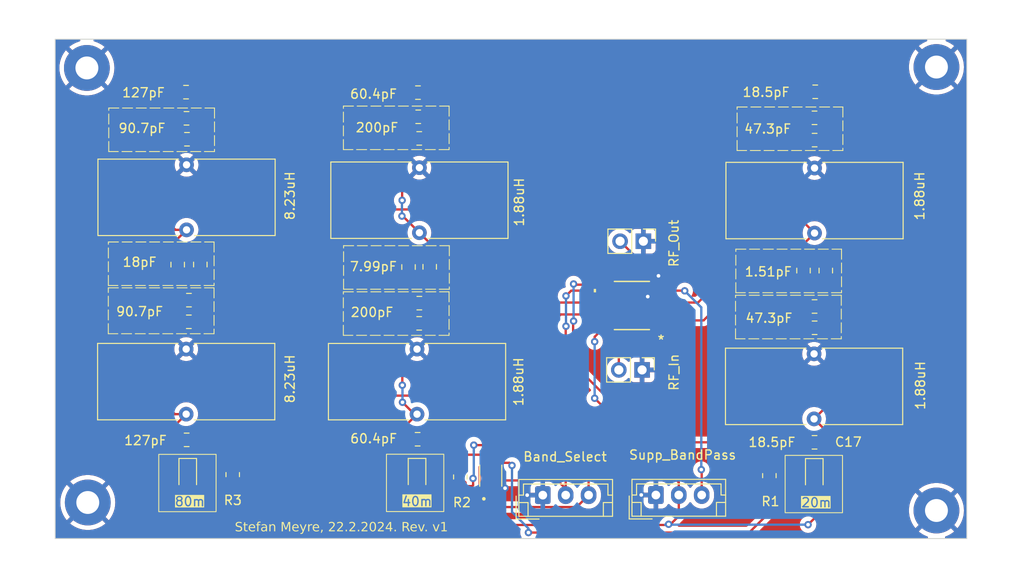
<source format=kicad_pcb>
(kicad_pcb (version 20240108) (generator "pcbnew") (generator_version "8.0")
  (layers (0 "F.Cu" signal) (31 "B.Cu" signal) (34 "B.Paste" user) (35 "F.Paste" user) (36 "B.SilkS" user "B.Silkscreen") (37 "F.SilkS" user "F.Silkscreen") (38 "B.Mask" user) (39 "F.Mask" user) (44 "Edge.Cuts" user))
  (net 0 "")
  (net 1 "GND")
  (net 2 "/BS0")
  (net 3 "/BS1")
  (net 4 "/80_IN")
  (net 5 "Net-(C1-Pad2)")
  (net 6 "Net-(C4-Pad1)")
  (net 7 "/80_OUT")
  (net 8 "/40_IN")
  (net 9 "Net-(C10-Pad2)")
  (net 10 "Net-(C12-Pad1)")
  (net 11 "/40_OUT")
  (net 12 "/20_IN")
  (net 13 "Net-(C17-Pad2)")
  (net 14 "Net-(C20-Pad1)")
  (net 15 "/20_OUT")
  (net 16 "Net-(D20-K)")
  (net 17 "+5V")
  (net 18 "Net-(D40-K)")
  (net 19 "Net-(D80-K)")
  (net 20 "Net-(U1-Y2)")
  (net 21 "Net-(U1-Y1)")
  (net 22 "Net-(U1-Y0)")
  (net 23 "/RF_IN")
  (net 24 "/RF_OUT")
  (net 25 "-5V")
  (footprint "Capacitor_SMD:C_0805_2012Metric_Pad1.18x1.45mm_HandSolder" (layer "F.Cu") (at 114.28487 55.775774)
    (property "Reference" "C8" (hide yes))
    (property "Value" "127pF" (at -4.644612 0.060516 180) (layer "F.SilkS"))
    (pad "1" smd roundrect (at -1.0375 0) (size 1.175 1.45) (layers "F.Cu" "F.Paste" "F.Mask") (roundrect_rratio 0.2127659574) (net 6 "Net-(C4-Pad1)"))
    (pad "2" smd roundrect (at 1.0375 0) (size 1.175 1.45) (layers "F.Cu" "F.Paste" "F.Mask") (roundrect_rratio 0.2127659574) (net 7 "/80_OUT"))
  )
  (footprint "Capacitor_SMD:C_0805_2012Metric_Pad1.18x1.45mm_HandSolder" (layer "F.Cu") (at 182.955104 55.736312 180)
    (property "Reference" "C24" (hide yes))
    (property "Value" "18.5pF" (at 5.362788 -0.050953 180) (layer "F.SilkS"))
    (pad "1" smd roundrect (at -1.0375 0 180) (size 1.175 1.45) (layers "F.Cu" "F.Paste" "F.Mask") (roundrect_rratio 0.2127659574) (net 14 "Net-(C20-Pad1)"))
    (pad "2" smd roundrect (at 1.0375 0 180) (size 1.175 1.45) (layers "F.Cu" "F.Paste" "F.Mask") (roundrect_rratio 0.2127659574) (net 15 "/20_OUT"))
  )
  (footprint "Connector_PinHeader_2.54mm:PinHeader_1x02_P2.54mm_Vertical" (layer "F.Cu") (at 164.197348 72.048738 -90)
    (property "Reference" "RF_Out" (at 0.231544 -3.334232 90) (layer "F.SilkS"))
    (property "Value" "~")
    (pad "1" thru_hole rect (at 0 0 270) (size 1.7 1.7) (drill 1) (layers "*.Cu" "*.Mask") (net 1 "GND"))
    (pad "2" thru_hole oval (at 0 2.54 270) (size 1.7 1.7) (drill 1) (layers "*.Cu" "*.Mask") (net 24 "/RF_OUT"))
  )
  (footprint "Capacitor_SMD:C_0805_2012Metric_Pad1.18x1.45mm_HandSolder" (layer "F.Cu") (at 139.624681 58.465303 180)
    (property "Reference" "C14" (hide yes))
    (property "Value" "200pF" (at 4.498468 -1.179926 0) (layer "F.SilkS"))
    (pad "1" smd roundrect (at -1.0375 0 180) (size 1.175 1.45) (layers "F.Cu" "F.Paste" "F.Mask") (roundrect_rratio 0.2127659574) (net 1 "GND"))
    (pad "2" smd roundrect (at 1.0375 0 180) (size 1.175 1.45) (layers "F.Cu" "F.Paste" "F.Mask") (roundrect_rratio 0.2127659574) (net 10 "Net-(C12-Pad1)"))
  )
  (footprint "Capacitor_SMD:C_0805_2012Metric_Pad1.18x1.45mm_HandSolder" (layer "F.Cu") (at 113.373219 74.599086 -90)
    (property "Reference" "C5" (hide yes))
    (property "Value" "18pF" (at -0.268802 4.153219 0) (layer "F.SilkS"))
    (pad "1" smd roundrect (at -1.0375 0 270) (size 1.175 1.45) (layers "F.Cu" "F.Paste" "F.Mask") (roundrect_rratio 0.2127659574) (net 6 "Net-(C4-Pad1)"))
    (pad "2" smd roundrect (at 1.0375 0 270) (size 1.175 1.45) (layers "F.Cu" "F.Paste" "F.Mask") (roundrect_rratio 0.2127659574) (net 5 "Net-(C1-Pad2)"))
  )
  (footprint "Inductor_THT:L_Toroid_Vertical_L19.1mm_W8.1mm_P7.10mm_Bourns_5700" (layer "F.Cu") (at 139.495758 90.92296 180)
    (property "Reference" "L3" (hide yes))
    (property "Value" "1.88uH" (at -11.092112 3.536719 90) (layer "F.SilkS"))
    (pad "1" thru_hole circle (at 0 0 180) (size 1.6 1.6) (drill 0.8) (layers "*.Cu" "*.Mask") (net 9 "Net-(C10-Pad2)"))
    (pad "2" thru_hole circle (at 0 7.1 180) (size 1.6 1.6) (drill 0.8) (layers "*.Cu" "*.Mask") (net 1 "GND"))
  )
  (footprint "Inductor_THT:L_Toroid_Vertical_L19.1mm_W8.1mm_P7.10mm_Bourns_5700" (layer "F.Cu") (at 114.339845 70.806996 180)
    (property "Reference" "L2" (hide yes))
    (property "Value" "8.23uH" (at -11.289367 3.722846 90) (layer "F.SilkS"))
    (pad "1" thru_hole circle (at 0 0 180) (size 1.6 1.6) (drill 0.8) (layers "*.Cu" "*.Mask") (net 6 "Net-(C4-Pad1)"))
    (pad "2" thru_hole circle (at 0 7.1 180) (size 1.6 1.6) (drill 0.8) (layers "*.Cu" "*.Mask") (net 1 "GND"))
  )
  (footprint "Resistor_SMD:R_0805_2012Metric_Pad1.20x1.40mm_HandSolder" (layer "F.Cu") (at 119.38 97.52 90)
    (property "Reference" "R3" (at -2.804137 0.011323 180) (layer "F.SilkS"))
    (property "Value" "470R" (hide yes))
    (pad "1" smd roundrect (at -1 0 90) (size 1.2 1.4) (layers "F.Cu" "F.Paste" "F.Mask") (roundrect_rratio 0.2083333333) (net 22 "Net-(U1-Y0)"))
    (pad "2" smd roundrect (at 1 0 90) (size 1.2 1.4) (layers "F.Cu" "F.Paste" "F.Mask") (roundrect_rratio 0.2083333333) (net 19 "Net-(D80-K)"))
  )
  (footprint "LED_SMD:LED_0805_2012Metric_Pad1.15x1.40mm_HandSolder" (layer "F.Cu") (at 114.470201 97.617282 -90)
    (property "Reference" "D80" (hide yes))
    (property "Value" "LED" (hide yes))
    (pad "1" smd roundrect (at -1.025 0 270) (size 1.15 1.4) (layers "F.Cu" "F.Paste" "F.Mask") (roundrect_rratio 0.2173913043) (net 19 "Net-(D80-K)"))
    (pad "2" smd roundrect (at 1.025 0 270) (size 1.15 1.4) (layers "F.Cu" "F.Paste" "F.Mask") (roundrect_rratio 0.2173913043) (net 17 "+5V"))
  )
  (footprint "Inductor_THT:L_Toroid_Vertical_L19.1mm_W8.1mm_P7.10mm_Bourns_5700" (layer "F.Cu") (at 139.75531 71.12 180)
    (property "Reference" "L4" (hide yes))
    (property "Value" "1.88uH" (at -10.900641 3.340984 90) (layer "F.SilkS"))
    (pad "1" thru_hole circle (at 0 0 180) (size 1.6 1.6) (drill 0.8) (layers "*.Cu" "*.Mask") (net 10 "Net-(C12-Pad1)"))
    (pad "2" thru_hole circle (at 0 7.1 180) (size 1.6 1.6) (drill 0.8) (layers "*.Cu" "*.Mask") (net 1 "GND"))
  )
  (footprint "Inductor_THT:L_Toroid_Vertical_L19.1mm_W8.1mm_P7.10mm_Bourns_5700" (layer "F.Cu") (at 182.88 71.158446 180)
    (property "Reference" "L6" (hide yes))
    (property "Value" "1.88uH" (at -11.479209 4.04773 90) (layer "F.SilkS"))
    (pad "1" thru_hole circle (at 0 0 180) (size 1.6 1.6) (drill 0.8) (layers "*.Cu" "*.Mask") (net 14 "Net-(C20-Pad1)"))
    (pad "2" thru_hole circle (at 0 7.1 180) (size 1.6 1.6) (drill 0.8) (layers "*.Cu" "*.Mask") (net 1 "GND"))
  )
  (footprint "Capacitor_SMD:C_0805_2012Metric_Pad1.18x1.45mm_HandSolder" (layer "F.Cu") (at 138.567308 74.864507 -90)
    (property "Reference" "C12" (hide yes))
    (property "Value" "0pF" (hide yes))
    (pad "1" smd roundrect (at -1.0375 0 270) (size 1.175 1.45) (layers "F.Cu" "F.Paste" "F.Mask") (roundrect_rratio 0.2127659574) (net 10 "Net-(C12-Pad1)"))
    (pad "2" smd roundrect (at 1.0375 0 270) (size 1.175 1.45) (layers "F.Cu" "F.Paste" "F.Mask") (roundrect_rratio 0.2127659574) (net 9 "Net-(C10-Pad2)"))
  )
  (footprint "Capacitor_SMD:C_0805_2012Metric_Pad1.18x1.45mm_HandSolder" (layer "F.Cu") (at 114.601743 78.478636 180)
    (property "Reference" "C3" (hide yes))
    (property "Value" "0pF" (hide yes))
    (pad "1" smd roundrect (at -1.0375 0 180) (size 1.175 1.45) (layers "F.Cu" "F.Paste" "F.Mask") (roundrect_rratio 0.2127659574) (net 1 "GND"))
    (pad "2" smd roundrect (at 1.0375 0 180) (size 1.175 1.45) (layers "F.Cu" "F.Paste" "F.Mask") (roundrect_rratio 0.2127659574) (net 5 "Net-(C1-Pad2)"))
  )
  (footprint "Capacitor_SMD:C_0805_2012Metric_Pad1.18x1.45mm_HandSolder" (layer "F.Cu") (at 114.35106 93.724697 180)
    (property "Reference" "C1" (hide yes))
    (property "Value" "127pF" (at 4.493323 -0.068081 180) (layer "F.SilkS"))
    (pad "1" smd roundrect (at -1.0375 0 180) (size 1.175 1.45) (layers "F.Cu" "F.Paste" "F.Mask") (roundrect_rratio 0.2127659574) (net 4 "/80_IN"))
    (pad "2" smd roundrect (at 1.0375 0 180) (size 1.175 1.45) (layers "F.Cu" "F.Paste" "F.Mask") (roundrect_rratio 0.2127659574) (net 5 "Net-(C1-Pad2)"))
  )
  (footprint "Capacitor_SMD:C_0805_2012Metric_Pad1.18x1.45mm_HandSolder" (layer "F.Cu") (at 114.590636 80.840531 180)
    (property "Reference" "C2" (hide yes))
    (property "Value" "90.7pF" (at 5.370636 1.117616 0) (layer "F.SilkS"))
    (pad "1" smd roundrect (at -1.0375 0 180) (size 1.175 1.45) (layers "F.Cu" "F.Paste" "F.Mask") (roundrect_rratio 0.2127659574) (net 1 "GND"))
    (pad "2" smd roundrect (at 1.0375 0 180) (size 1.175 1.45) (layers "F.Cu" "F.Paste" "F.Mask") (roundrect_rratio 0.2127659574) (net 5 "Net-(C1-Pad2)"))
  )
  (footprint "Capacitor_SMD:C_0805_2012Metric_Pad1.18x1.45mm_HandSolder" (layer "F.Cu") (at 182.883354 79.171177)
    (property "Reference" "C19" (hide yes))
    (property "Value" "0pF" (hide yes))
    (pad "1" smd roundrect (at -1.0375 0) (size 1.175 1.45) (layers "F.Cu" "F.Paste" "F.Mask") (roundrect_rratio 0.2127659574) (net 1 "GND"))
    (pad "2" smd roundrect (at 1.0375 0) (size 1.175 1.45) (layers "F.Cu" "F.Paste" "F.Mask") (roundrect_rratio 0.2127659574) (net 13 "Net-(C17-Pad2)"))
  )
  (footprint "Connector_JST:JST_EH_B3B-EH-A_1x03_P2.50mm_Vertical" (layer "F.Cu") (at 165.563761 99.747648)
    (property "Reference" "Supp_BandPass" (at 2.917453 -4.37618 0) (layer "F.SilkS"))
    (property "Value" "~" (hide yes))
    (pad "1" thru_hole roundrect (at 0 0) (size 1.7 1.95) (drill 0.95) (layers "*.Cu" "*.Mask") (roundrect_rratio 0.1470588235) (net 1 "GND"))
    (pad "2" thru_hole oval (at 2.5 0) (size 1.7 1.95) (drill 0.95) (layers "*.Cu" "*.Mask") (net 17 "+5V"))
    (pad "3" thru_hole oval (at 5 0) (size 1.7 1.95) (drill 0.95) (layers "*.Cu" "*.Mask") (net 25 "-5V"))
  )
  (footprint "Capacitor_SMD:C_0805_2012Metric_Pad1.18x1.45mm_HandSolder" (layer "F.Cu") (at 114.335289 58.631806 180)
    (property "Reference" "C7" (hide yes))
    (property "Value" "0pF" (hide yes))
    (pad "1" smd roundrect (at -1.0375 0 180) (size 1.175 1.45) (layers "F.Cu" "F.Paste" "F.Mask") (roundrect_rratio 0.2127659574) (net 1 "GND"))
    (pad "2" smd roundrect (at 1.0375 0 180) (size 1.175 1.45) (layers "F.Cu" "F.Paste" "F.Mask") (roundrect_rratio 0.2127659574) (net 6 "Net-(C4-Pad1)"))
  )
  (footprint "Capacitor_SMD:C_0805_2012Metric_Pad1.18x1.45mm_HandSolder" (layer "F.Cu") (at 139.735299 60.825156 180)
    (property "Reference" "C15" (hide yes))
    (property "Value" "0pF" (hide yes))
    (pad "1" smd roundrect (at -1.0375 0 180) (size 1.175 1.45) (layers "F.Cu" "F.Paste" "F.Mask") (roundrect_rratio 0.2127659574) (net 1 "GND"))
    (pad "2" smd roundrect (at 1.0375 0 180) (size 1.175 1.45) (layers "F.Cu" "F.Paste" "F.Mask") (roundrect_rratio 0.2127659574) (net 10 "Net-(C12-Pad1)"))
  )
  (footprint "MountingHole:MountingHole_2.5mm_Pad_TopBottom" (layer "F.Cu") (at 196.184044 101.43537)
    (property "Reference" "H4" (hide yes))
    (property "Value" "MountingHole_Pad" (hide yes))
    (pad "1" thru_hole circle (at 0 0) (size 2.9 2.9) (drill 2.5) (layers "*.Cu" "*.Mask") (net 1 "GND"))
    (pad "1" connect circle (at 0 0) (size 5 5) (layers "F.Cu" "F.Mask") (net 1 "GND"))
    (pad "1" connect circle (at 0 0) (size 5 5) (layers "B.Cu" "B.Mask") (net 1 "GND"))
  )
  (footprint "Resistor_SMD:R_0805_2012Metric_Pad1.20x1.40mm_HandSolder" (layer "F.Cu") (at 144.220406 97.774784 90)
    (property "Reference" "R2" (at -2.791113 0.173927 0) (layer "F.SilkS"))
    (property "Value" "470R" (hide yes))
    (pad "1" smd roundrect (at -1 0 90) (size 1.2 1.4) (layers "F.Cu" "F.Paste" "F.Mask") (roundrect_rratio 0.2083333333) (net 21 "Net-(U1-Y1)"))
    (pad "2" smd roundrect (at 1 0 90) (size 1.2 1.4) (layers "F.Cu" "F.Paste" "F.Mask") (roundrect_rratio 0.2083333333) (net 18 "Net-(D40-K)"))
  )
  (footprint "Capacitor_SMD:C_0805_2012Metric_Pad1.18x1.45mm_HandSolder" (layer "F.Cu") (at 184.108806 75.251596 -90)
    (property "Reference" "C20" (hide yes))
    (property "Value" "0pF" (hide yes))
    (pad "1" smd roundrect (at -1.0375 0 270) (size 1.175 1.45) (layers "F.Cu" "F.Paste" "F.Mask") (roundrect_rratio 0.2127659574) (net 14 "Net-(C20-Pad1)"))
    (pad "2" smd roundrect (at 1.0375 0 270) (size 1.175 1.45) (layers "F.Cu" "F.Paste" "F.Mask") (roundrect_rratio 0.2127659574) (net 13 "Net-(C17-Pad2)"))
  )
  (footprint "Connector_PinHeader_2.54mm:PinHeader_1x02_P2.54mm_Vertical" (layer "F.Cu") (at 164.058052 86.091335 -90)
    (property "Reference" "RF_In" (at 0.261419 -3.479989 90) (layer "F.SilkS"))
    (property "Value" "~")
    (pad "1" thru_hole rect (at 0 0 270) (size 1.7 1.7) (drill 1) (layers "*.Cu" "*.Mask") (net 1 "GND"))
    (pad "2" thru_hole oval (at 0 2.54 270) (size 1.7 1.7) (drill 1) (layers "*.Cu" "*.Mask") (net 23 "/RF_IN"))
  )
  (footprint "Capacitor_SMD:C_0805_2012Metric_Pad1.18x1.45mm_HandSolder" (layer "F.Cu") (at 114.389473 60.918805 180)
    (property "Reference" "C6" (hide yes))
    (property "Value" "90.7pF" (at 4.910603 1.197709 0) (layer "F.SilkS"))
    (pad "1" smd roundrect (at -1.0375 0 180) (size 1.175 1.45) (layers "F.Cu" "F.Paste" "F.Mask") (roundrect_rratio 0.2127659574) (net 1 "GND"))
    (pad "2" smd roundrect (at 1.0375 0 180) (size 1.175 1.45) (layers "F.Cu" "F.Paste" "F.Mask") (roundrect_rratio 0.2127659574) (net 6 "Net-(C4-Pad1)"))
  )
  (footprint "MountingHole:MountingHole_2.5mm_Pad_TopBottom" (layer "F.Cu") (at 196.184044 53.037977)
    (property "Reference" "H2" (hide yes))
    (property "Value" "MountingHole_Pad" (hide yes))
    (pad "1" thru_hole circle (at 0 0) (size 2.9 2.9) (drill 2.5) (layers "*.Cu" "*.Mask") (net 1 "GND"))
    (pad "1" connect circle (at 0 0) (size 5 5) (layers "F.Cu" "F.Mask") (net 1 "GND"))
    (pad "1" connect circle (at 0 0) (size 5 5) (layers "B.Cu" "B.Mask") (net 1 "GND"))
  )
  (footprint "Connector_JST:JST_EH_B3B-EH-A_1x03_P2.50mm_Vertical" (layer "F.Cu") (at 153.221248 99.759225)
    (property "Reference" "Band_Select" (at 2.430537 -4.185156 0) (layer "F.SilkS"))
    (property "Value" "~" (hide yes))
    (pad "1" thru_hole roundrect (at 0 0) (size 1.7 1.95) (drill 0.95) (layers "*.Cu" "*.Mask") (roundrect_rratio 0.1470588235) (net 1 "GND"))
    (pad "2" thru_hole oval (at 2.5 0) (size 1.7 1.95) (drill 0.95) (layers "*.Cu" "*.Mask") (net 2 "/BS0"))
    (pad "3" thru_hole oval (at 5 0) (size 1.7 1.95) (drill 0.95) (layers "*.Cu" "*.Mask") (net 3 "/BS1"))
  )
  (footprint "LED_SMD:LED_0805_2012Metric_Pad1.15x1.40mm_HandSolder" (layer "F.Cu") (at 182.851615 97.630306 -90)
    (property "Reference" "D20" (hide yes))
    (property "Value" "LED" (hide yes))
    (pad "1" smd roundrect (at -1.025 0 270) (size 1.15 1.4) (layers "F.Cu" "F.Paste" "F.Mask") (roundrect_rratio 0.2173913043) (net 16 "Net-(D20-K)"))
    (pad "2" smd roundrect (at 1.025 0 270) (size 1.15 1.4) (layers "F.Cu" "F.Paste" "F.Mask") (roundrect_rratio 0.2173913043) (net 17 "+5V"))
  )
  (footprint "Capacitor_SMD:C_0805_2012Metric_Pad1.18x1.45mm_HandSolder" (layer "F.Cu") (at 139.730016 81.011886 180)
    (property "Reference" "C10" (hide yes))
    (property "Value" "200pF" (at 5.144958 1.206438 0) (layer "F.SilkS"))
    (pad "1" smd roundrect (at -1.0375 0 180) (size 1.175 1.45) (layers "F.Cu" "F.Paste" "F.Mask") (roundrect_rratio 0.2127659574) (net 1 "GND"))
    (pad "2" smd roundrect (at 1.0375 0 180) (size 1.175 1.45) (layers "F.Cu" "F.Paste" "F.Mask") (roundrect_rratio 0.2127659574) (net 9 "Net-(C10-Pad2)"))
  )
  (footprint "Capacitor_SMD:C_0805_2012Metric_Pad1.18x1.45mm_HandSolder" (layer "F.Cu") (at 139.747064 78.806403 180)
    (property "Reference" "C11" (hide yes))
    (property "Value" "0pF" (hide yes))
    (pad "1" smd roundrect (at -1.0375 0 180) (size 1.175 1.45) (layers "F.Cu" "F.Paste" "F.Mask") (roundrect_rratio 0.2127659574) (net 1 "GND"))
    (pad "2" smd roundrect (at 1.0375 0 180) (size 1.175 1.45) (layers "F.Cu" "F.Paste" "F.Mask") (roundrect_rratio 0.2127659574) (net 9 "Net-(C10-Pad2)"))
  )
  (footprint "Capacitor_SMD:C_0805_2012Metric_Pad1.18x1.45mm_HandSolder" (layer "F.Cu") (at 139.597879 55.828939)
    (property "Reference" "C16" (hide yes))
    (property "Value" "60.4pF" (at -4.850746 0.153181 180) (layer "F.SilkS"))
    (pad "1" smd roundrect (at -1.0375 0) (size 1.175 1.45) (layers "F.Cu" "F.Paste" "F.Mask") (roundrect_rratio 0.2127659574) (net 10 "Net-(C12-Pad1)"))
    (pad "2" smd roundrect (at 1.0375 0) (size 1.175 1.45) (layers "F.Cu" "F.Paste" "F.Mask") (roundrect_rratio 0.2127659574) (net 11 "/40_OUT"))
  )
  (footprint "LED_SMD:LED_0805_2012Metric_Pad1.15x1.40mm_HandSolder" (layer "F.Cu") (at 139.497435 97.611403 -90)
    (property "Reference" "D40" (hide yes))
    (property "Value" "LED" (hide yes))
    (pad "1" smd roundrect (at -1.025 0 270) (size 1.15 1.4) (layers "F.Cu" "F.Paste" "F.Mask") (roundrect_rratio 0.2173913043) (net 18 "Net-(D40-K)"))
    (pad "2" smd roundrect (at 1.025 0 270) (size 1.15 1.4) (layers "F.Cu" "F.Paste" "F.Mask") (roundrect_rratio 0.2173913043) (net 17 "+5V"))
  )
  (footprint "MountingHole:MountingHole_2.5mm_Pad_TopBottom" (layer "F.Cu") (at 103.559775 100.562471)
    (property "Reference" "H3" (hide yes))
    (property "Value" "MountingHole_Pad" (hide yes))
    (pad "1" thru_hole circle (at 0 0) (size 2.9 2.9) (drill 2.5) (layers "*.Cu" "*.Mask") (net 1 "GND"))
    (pad "1" connect circle (at 0 0) (size 5 5) (layers "F.Cu" "F.Mask") (net 1 "GND"))
    (pad "1" connect circle (at 0 0) (size 5 5) (layers "B.Cu" "B.Mask") (net 1 "GND"))
  )
  (footprint "Capacitor_SMD:C_0805_2012Metric_Pad1.18x1.45mm_HandSolder" (layer "F.Cu") (at 182.888408 61.01043 180)
    (property "Reference" "C22" (hide yes))
    (property "Value" "47.3pF" (at 5.123668 1.217557 0) (layer "F.SilkS"))
    (pad "1" smd roundrect (at -1.0375 0 180) (size 1.175 1.45) (layers "F.Cu" "F.Paste" "F.Mask") (roundrect_rratio 0.2127659574) (net 1 "GND"))
    (pad "2" smd roundrect (at 1.0375 0 180) (size 1.175 1.45) (layers "F.Cu" "F.Paste" "F.Mask") (roundrect_rratio 0.2127659574) (net 14 "Net-(C20-Pad1)"))
  )
  (footprint "MountingHole:MountingHole_2.5mm_Pad_TopBottom" (layer "F.Cu") (at 103.462786 53.134966)
    (property "Reference" "H1" (hide yes))
    (property "Value" "MountingHole_Pad" (hide yes))
    (pad "1" thru_hole circle (at 0 0) (size 2.9 2.9) (drill 2.5) (layers "*.Cu" "*.Mask") (net 1 "GND"))
    (pad "1" connect circle (at 0 0) (size 5 5) (layers "F.Cu" "F.Mask") (net 1 "GND"))
    (pad "1" connect circle (at 0 0) (size 5 5) (layers "B.Cu" "B.Mask") (net 1 "GND"))
  )
  (footprint "Capacitor_SMD:C_0805_2012Metric_Pad1.18x1.45mm_HandSolder" (layer "F.Cu") (at 115.843108 74.590932 -90)
    (property "Reference" "C4" (hide yes))
    (property "Value" "0pF" (hide yes))
    (pad "1" smd roundrect (at -1.0375 0 270) (size 1.175 1.45) (layers "F.Cu" "F.Paste" "F.Mask") (roundrect_rratio 0.2127659574) (net 6 "Net-(C4-Pad1)"))
    (pad "2" smd roundrect (at 1.0375 0 270) (size 1.175 1.45) (layers "F.Cu" "F.Paste" "F.Mask") (roundrect_rratio 0.2127659574) (net 5 "Net-(C1-Pad2)"))
  )
  (footprint "Capacitor_SMD:C_0805_2012Metric_Pad1.18x1.45mm_HandSolder" (layer "F.Cu") (at 139.559842 93.660613 180)
    (property "Reference" "C9" (hide yes))
    (property "Value" "60.4pF" (at 4.799685 0.068081 180) (layer "F.SilkS"))
    (pad "1" smd roundrect (at -1.0375 0 180) (size 1.175 1.45) (layers "F.Cu" "F.Paste" "F.Mask") (roundrect_rratio 0.2127659574) (net 8 "/40_IN"))
    (pad "2" smd roundrect (at 1.0375 0 180) (size 1.175 1.45) (layers "F.Cu" "F.Paste" "F.Mask") (roundrect_rratio 0.2127659574) (net 9 "Net-(C10-Pad2)"))
  )
  (footprint "Inductor_THT:L_Toroid_Vertical_L19.1mm_W8.1mm_P7.10mm_Bourns_5700" (layer "F.Cu") (at 182.828907 91.44 180)
    (property "Reference" "L5" (hide yes))
    (property "Value" "1.88uH" (at -11.606893 3.649789 90) (layer "F.SilkS"))
    (pad "1" thru_hole circle (at 0 0 180) (size 1.6 1.6) (drill 0.8) (layers "*.Cu" "*.Mask") (net 13 "Net-(C17-Pad2)"))
    (pad "2" thru_hole circle (at 0 7.1 180) (size 1.6 1.6) (drill 0.8) (layers "*.Cu" "*.Mask") (net 1 "GND"))
  )
  (footprint "Capacitor_SMD:C_0805_2012Metric_Pad1.18x1.45mm_HandSolder" (layer "F.Cu") (at 182.88757 81.494157)
    (property "Reference" "C18" (hide yes))
    (property "Value" "47.3pF" (at -4.982029 -1.050872 0) (layer "F.SilkS"))
    (pad "1" smd roundrect (at -1.0375 0) (size 1.175 1.45) (layers "F.Cu" "F.Paste" "F.Mask") (roundrect_rratio 0.2127659574) (net 1 "GND"))
    (pad "2" smd roundrect (at 1.0375 0) (size 1.175 1.45) (layers "F.Cu" "F.Paste" "F.Mask") (roundrect_rratio 0.2127659574) (net 13 "Net-(C17-Pad2)"))
  )
  (footprint "Private:TSSOP16_5P1X4P5_NEX" (layer "F.Cu") (at 162.94735 79.065001 180)
    (property "Reference" "U2" (hide yes))
    (property "Value" "74HC4052PW_118" (hide yes))
    (fp_text user "*" (at -3.18135 -3.773601 0) (layer "F.SilkS"))
    (pad "1" smd rect (at -2.92735 -2.274999 180) (size 1.4605 0.3556) (layers "F.Cu" "F.Paste" "F.Mask") (net 7 "/80_OUT"))
    (pad "2" smd rect (at -2.92735 -1.625001 180) (size 1.4605 0.3556) (layers "F.Cu" "F.Paste" "F.Mask") (net 15 "/20_OUT"))
    (pad "3" smd rect (at -2.92735 -0.974999 180) (size 1.4605 0.3556) (layers "F.Cu" "F.Paste" "F.Mask") (net 24 "/RF_OUT"))
    (pad "4" smd rect (at -2.92735 -0.325001 180) (size 1.4605 0.3556) (layers "F.Cu" "F.Paste" "F.Mask"))
    (pad "5" smd rect (at -2.92735 0.324998 180) (size 1.4605 0.3556) (layers "F.Cu" "F.Paste" "F.Mask") (net 11 "/40_OUT"))
    (pad "6" smd rect (at -2.92735 0.974999 180) (size 1.4605 0.3556) (layers "F.Cu" "F.Paste" "F.Mask") (net 1 "GND"))
    (pad "7" smd rect (at -2.92735 1.624998 180) (size 1.4605 0.3556) (layers "F.Cu" "F.Paste" "F.Mask") (net 25 "-5V"))
    (pad "8" smd rect (at -2.92735 2.274999 180) (size 1.4605 0.3556) (layers "F.Cu" "F.Paste" "F.Mask") (net 1 "GND"))
    (pad "9" smd rect (at 2.92735 2.274999 180) (size 1.4605 0.3556) (layers "F.Cu" "F.Paste" "F.Mask") (net 3 "/BS1"))
    (pad "10" smd rect (at 2.92735 1.625001 180) (size 1.4605 0.3556) (layers "F.Cu" "F.Paste" "F.Mask") (net 2 "/BS0"))
    (pad "11" smd rect (at 2.92735 0.974999 180) (size 1.4605 0.3556) (layers "F.Cu" "F.Paste" "F.Mask"))
    (pad "12" smd rect (at 2.92735 0.325001 180) (size 1.4605 0.3556) (layers "F.Cu" "F.Paste" "F.Mask") (net 4 "/80_IN"))
    (pad "13" smd rect (at 2.92735 -0.324998 180) (size 1.4605 0.3556) (layers "F.Cu" "F.Paste" "F.Mask") (net 23 "/RF_IN"))
    (pad "14" smd rect (at 2.92735 -0.974999 180) (size 1.4605 0.3556) (layers "F.Cu" "F.Paste" "F.Mask") (net 8 "/40_IN"))
    (pad "15" smd rect (at 2.92735 -1.624998 180) (size 1.4605 0.3556) (layers "F.Cu" "F.Paste" "F.Mask") (net 12 "/20_IN"))
    (pad "16" smd rect (at 2.92735 -2.274999 180) (size 1.4605 0.3556) (layers "F.Cu" "F.Paste" "F.Mask") (net 17 "+5V"))
  )
  (footprint "Private:SOP50P310X90-8N" (layer "F.Cu") (at 147.538806 97.637548 90)
    (property "Reference" "U1" (hide yes))
    (property "Value" "SN74LVC1G139DCUT" (hide yes))
    (pad "1" smd roundrect (at -1.405 -0.75 90) (size 1.12 0.27) (layers "F.Cu" "F.Paste" "F.Mask") (roundrect_rratio 0.03) (net 2 "/BS0"))
    (pad "2" smd roundrect (at -1.405 -0.25 90) (size 1.12 0.27) (layers "F.Cu" "F.Paste" "F.Mask") (roundrect_rratio 0.03) (net 3 "/BS1"))
    (pad "3" smd roundrect (at -1.405 0.25 90) (size 1.12 0.27) (layers "F.Cu" "F.Paste" "F.Mask") (roundrect_rratio 0.03))
    (pad "4" smd roundrect (at -1.405 0.75 90) (size 1.12 0.27) (layers "F.Cu" "F.Paste" "F.Mask") (roundrect_rratio 0.03) (net 1 "GND"))
    (pad "5" smd roundrect (at 1.405 0.75 90) (size 1.12 0.27) (layers "F.Cu" "F.Paste" "F.Mask") (roundrect_rratio 0.03) (net 20 "Net-(U1-Y2)"))
    (pad "6" smd roundrect (at 1.405 0.25 90) (size 1.12 0.27) (layers "F.Cu" "F.Paste" "F.Mask") (roundrect_rratio 0.03) (net 21 "Net-(U1-Y1)"))
    (pad "7" smd roundrect (at 1.405 -0.25 90) (size 1.12 0.27) (layers "F.Cu" "F.Paste" "F.Mask") (roundrect_rratio 0.03) (net 22 "Net-(U1-Y0)"))
    (pad "8" smd roundrect (at 1.405 -0.75 90) (size 1.12 0.27) (layers "F.Cu" "F.Paste" "F.Mask") (roundrect_rratio 0.03) (net 17 "+5V"))
  )
  (footprint "Capacitor_SMD:C_0805_2012Metric_Pad1.18x1.45mm_HandSolder" (layer "F.Cu") (at 182.878322 93.993451)
    (property "Reference" "C17" (at 3.694105 -0.03404 180) (layer "F.SilkS"))
    (property "Value" "18.5pF" (at -4.645774 0 180) (layer "F.SilkS"))
    (pad "1" smd roundrect (at -1.0375 0) (size 1.175 1.45) (layers "F.Cu" "F.Paste" "F.Mask") (roundrect_rratio 0.2127659574) (net 12 "/20_IN"))
    (pad "2" smd roundrect (at 1.0375 0) (size 1.175 1.45) (layers "F.Cu" "F.Paste" "F.Mask") (roundrect_rratio 0.2127659574) (net 13 "Net-(C17-Pad2)"))
  )
  (footprint "Capacitor_SMD:C_0805_2012Metric_Pad1.18x1.45mm_HandSolder" (layer "F.Cu") (at 140.877997 74.839926 -90)
    (property "Reference" "C13" (hide yes))
    (property "Value" "7.99pF" (at -0.024582 6.145449 0) (layer "F.SilkS"))
    (pad "1" smd roundrect (at -1.0375 0 270) (size 1.175 1.45) (layers "F.Cu" "F.Paste" "F.Mask") (roundrect_rratio 0.2127659574) (net 10 "Net-(C12-Pad1)"))
    (pad "2" smd roundrect (at 1.0375 0 270) (size 1.175 1.45) (layers "F.Cu" "F.Paste" "F.Mask") (roundrect_rratio 0.2127659574) (net 9 "Net-(C10-Pad2)"))
  )
  (footprint "Resistor_SMD:R_0805_2012Metric_Pad1.20x1.40mm_HandSolder" (layer "F.Cu") (at 177.949808 97.630306 90)
    (property "Reference" "R1" (at -2.820833 0.119036 180) (layer "F.SilkS"))
    (property "Value" "470R" (hide yes))
    (pad "1" smd roundrect (at -1 0 90) (size 1.2 1.4) (layers "F.Cu" "F.Paste" "F.Mask") (roundrect_rratio 0.2083333333) (net 20 "Net-(U1-Y2)"))
    (pad "2" smd roundrect (at 1 0 90) (size 1.2 1.4) (layers "F.Cu" "F.Paste" "F.Mask") (roundrect_rratio 0.2083333333) (net 16 "Net-(D20-K)"))
  )
  (footprint "Inductor_THT:L_Toroid_Vertical_L19.1mm_W8.1mm_P7.10mm_Bourns_5700" (layer "F.Cu") (at 114.3 90.92 180)
    (property "Reference" "L1" (hide yes))
    (property "Value" "8.23uH" (at -11.329212 3.845672 90) (layer "F.SilkS"))
    (pad "1" thru_hole circle (at 0 0 180) (size 1.6 1.6) (drill 0.8) (layers "*.Cu" "*.Mask") (net 5 "Net-(C1-Pad2)"))
    (pad "2" thru_hole circle (at 0 7.1 180) (size 1.6 1.6) (drill 0.8) (layers "*.Cu" "*.Mask") (net 1 "GND"))
  )
  (footprint "Capacitor_SMD:C_0805_2012Metric_Pad1.18x1.45mm_HandSolder" (layer "F.Cu") (at 182.878322 58.579699 180)
    (property "Reference" "C23" (hide yes))
    (property "Value" "0pF" (hide yes))
    (pad "1" smd roundrect (at -1.0375 0 180) (size 1.175 1.45) (layers "F.Cu" "F.Paste" "F.Mask") (roundrect_rratio 0.2127659574) (net 1 "GND"))
    (pad "2" smd roundrect (at 1.0375 0 180) (size 1.175 1.45) (layers "F.Cu" "F.Paste" "F.Mask") (roundrect_rratio 0.2127659574) (net 14 "Net-(C20-Pad1)"))
  )
  (footprint "Capacitor_SMD:C_0805_2012Metric_Pad1.18x1.45mm_HandSolder" (layer "F.Cu") (at 181.675208 75.251596 -90)
    (property "Reference" "C21" (hide yes))
    (property "Value" "1.51pF" (at 0.126126 3.841885 0) (layer "F.SilkS"))
    (pad "1" smd roundrect (at -1.0375 0 270) (size 1.175 1.45) (layers "F.Cu" "F.Paste" "F.Mask") (roundrect_rratio 0.2127659574) (net 14 "Net-(C20-Pad1)"))
    (pad "2" smd roundrect (at 1.0375 0 270) (size 1.175 1.45) (layers "F.Cu" "F.Paste" "F.Mask") (roundrect_rratio 0.2127659574) (net 13 "Net-(C17-Pad2)"))
  )
  (gr_rect (start 174.259806 77.945725) (end 185.799475 82.695409) (stroke (width 0.1) (type dash)) (fill none) (layer "F.SilkS"))
  (gr_rect (start 174.286496 72.916132) (end 185.826165 77.665816) (stroke (width 0.1) (type dash)) (fill none) (layer "F.SilkS"))
  (gr_rect (start 105.80694 72.127767) (end 117.346609 76.877451) (stroke (width 0.1) (type dash)) (fill none) (layer "F.SilkS"))
  (gr_rect (start 105.801266 77.133373) (end 117.340935 82.142354) (stroke (width 0.1) (type dash)) (fill none) (layer "F.SilkS"))
  (gr_rect (start 105.850008 57.512887) (end 117.389677 62.262571) (stroke (width 0.1) (type dash)) (fill none) (layer "F.SilkS"))
  (gr_rect (start 136.156846 95.294548) (end 142.415233 101.552935) (stroke (width 0.1)) (fill none) (layer "F.SilkS"))
  (gr_rect (start 174.428972 57.397731) (end 185.968641 62.147415) (stroke (width 0.1) (type dash)) (fill none) (layer "F.SilkS"))
  (gr_rect (start 131.452572 77.566238) (end 142.992241 82.315922) (stroke (width 0.1) (type dash)) (fill none) (layer "F.SilkS"))
  (gr_rect (start 131.458246 57.299606) (end 142.997915 62.04929) (stroke (width 0.1) (type dash)) (fill none) (layer "F.SilkS"))
  (gr_rect (start 179.672735 95.419683) (end 185.931122 101.67807) (stroke (width 0.1)) (fill none) (layer "F.SilkS"))
  (gr_rect (start 131.479262 72.536645) (end 143.018931 77.286329) (stroke (width 0.1) (type dash)) (fill none) (layer "F.SilkS"))
  (gr_rect (start 111.306968 95.307572) (end 117.565355 101.565959) (stroke (width 0.1)) (fill none) (layer "F.SilkS"))
  (gr_rect (start 100 50) (end 199.5 104.5) (stroke (width 0.1)) (fill none) (layer "Edge.Cuts"))
  (gr_text "80m" (at 112.979581 101.049038 0) (layer "F.SilkS" knockout) (effects (font (size 1 1)) (justify left bottom)))
  (gr_text "40m" (at 137.789103 101.034337 0) (layer "F.SilkS" knockout) (effects (font (size 1 1)) (justify left bottom)))
  (gr_text "20m" (at 181.345348 101.161149 0) (layer "F.SilkS" knockout) (effects (font (size 1 1)) (justify left bottom)))
  (gr_text "Stefan Meyre, 22.2.2024. Rev. v1" (at 119.60527 103.879404 0) (layer "F.SilkS") (effects (font (size 1 1) (thickness 0.1875)) (justify left bottom)))
  (segment (start 163.976312 99.747648) (end 163.96873 99.740066) (width 0.25) (layer "F.Cu") (net 1))
  (segment (start 140.810262 82.397498) (end 140.784564 82.3718) (width 0.25) (layer "F.Cu") (net 1))
  (segment (start 139.495758 83.82296) (end 140.810262 82.508456) (width 0.25) (layer "F.Cu") (net 1))
  (segment (start 165.847172 75.824885) (end 165.8747 75.948204) (width 0.25) (layer "F.Cu") (net 1))
  (segment (start 115.550077 82.440604) (end 115.639243 82.351438) (width 0.25) (layer "F.Cu") (net 1))
  (segment (start 140.810262 82.508456) (end 140.810262 82.397498) (width 0.25) (layer "F.Cu") (net 1))
  (segment (start 140.772799 60.825156) (end 140.772799 58.575921) (width 0.25) (layer "F.Cu") (net 1))
  (segment (start 153.221248 99.759225) (end 151.515851 99.759225) (width 0.25) (layer "F.Cu") (net 1))
  (segment (start 149.109291 99.042548) (end 149.109829 99.043086) (width 0.25) (layer "F.Cu") (net 1))
  (segment (start 114.339845 63.706996) (end 115.414237 62.632604) (width 0.25) (layer "F.Cu") (net 1))
  (segment (start 115.639243 82.351438) (end 115.639243 78.478636) (width 0.25) (layer "F.Cu") (net 1))
  (segment (start 183.925908 61.01043) (end 183.925908 58.589785) (width 0.25) (layer "F.Cu") (net 1))
  (segment (start 183.972021 62.966425) (end 183.972021 62.436715) (width 0.25) (layer "F.Cu") (net 1))
  (segment (start 181.83304 83.344133) (end 181.83304 82.830978) (width 0.25) (layer "F.Cu") (net 1))
  (segment (start 140.846846 62.928464) (end 140.846846 62.296289) (width 0.25) (layer "F.Cu") (net 1))
  (segment (start 148.288806 99.042548) (end 149.101314 99.000512) (width 0.25) (layer "F.Cu") (net 1))
  (segment (start 139.75531 64.02) (end 140.846846 62.928464) (width 0.25) (layer "F.Cu") (net 1))
  (segment (start 140.846846 62.296289) (end 140.772799 62.222242) (width 0.25) (layer "F.Cu") (net 1))
  (segment (start 181.845854 82.818164) (end 181.845854 79.171177) (width 0.25) (layer "F.Cu") (net 1))
  (segment (start 165.563761 99.747648) (end 163.976312 99.747648) (width 0.25) (layer "F.Cu") (net 1))
  (segment (start 183.972021 62.436715) (end 183.925908 62.390602) (width 0.25) (layer "F.Cu") (net 1))
  (segment (start 181.83304 82.830978) (end 181.845854 82.818164) (width 0.25) (layer "F.Cu") (net 1))
  (segment (start 182.828907 84.34) (end 181.83304 83.344133) (width 0.25) (layer "F.Cu") (net 1))
  (segment (start 115.372789 62.168629) (end 115.372789 58.631806) (width 0.25) (layer "F.Cu") (net 1))
  (segment (start 182.88 64.058446) (end 183.972021 62.966425) (width 0.25) (layer "F.Cu") (net 1))
  (segment (start 163.961148 99.747648) (end 163.957154 99.747648) (width 0.25) (layer "F.Cu") (net 1))
  (segment (start 115.414237 62.632604) (end 115.414237 62.210077) (width 0.25) (layer "F.Cu") (net 1))
  (segment (start 140.772799 62.222242) (end 140.772799 60.825156) (width 0.25) (layer "F.Cu") (net 1))
  (segment (start 183.925908 58.589785) (end 183.915822 58.579699) (width 0.25) (layer "F.Cu") (net 1))
  (segment (start 115.550077 82.569923) (end 115.550077 82.440604) (width 0.25) (layer "F.Cu") (net 1))
  (segment (start 165.8747 78.090002) (end 164.674114 78.090001) (width 0.25) (layer "F.Cu") (net 1))
  (segment (start 149.101314 99.000512) (end 149.109291 99.042548) (width 0.25) (layer "F.Cu") (net 1))
  (segment (start 115.414237 62.210077) (end 115.372789 62.168629) (width 0.25) (layer "F.Cu") (net 1))
  (segment (start 114.3 83.82) (end 115.550077 82.569923) (width 0.25) (layer "F.Cu") (net 1))
  (segment (start 140.772799 58.575921) (end 140.662181 58.465303) (width 0.25) (layer "F.Cu") (net 1))
  (segment (start 163.96873 99.740066) (end 163.961148 99.747648) (width 0.25) (layer "F.Cu") (net 1))
  (segment (start 183.925908 62.390602) (end 183.925908 61.01043) (width 0.25) (layer "F.Cu") (net 1))
  (segment (start 165.8747 76.790002) (end 165.847172 75.824885) (width 0.25) (layer "F.Cu") (net 1))
  (segment (start 140.784564 82.3718) (end 140.784564 78.806403) (width 0.25) (layer "F.Cu") (net 1))
  (via (at 149.101314 99.000512) (size 0.8) (drill 0.4) (layers "F.Cu" "B.Cu") (net 1))
  (via (at 151.515851 99.759225) (size 0.8) (drill 0.4) (layers "F.Cu" "B.Cu") (net 1))
  (via (at 164.674114 78.090001) (size 0.8) (drill 0.4) (layers "F.Cu" "B.Cu") (net 1))
  (via (at 165.847172 75.824885) (size 0.8) (drill 0.4) (layers "F.Cu" "B.Cu") (net 1))
  (via (at 163.96873 99.740066) (size 0.8) (drill 0.4) (layers "F.Cu" "B.Cu") (net 1))
  (segment (start 154.818796 98.157548) (end 155.721248 99.06) (width 0.25) (layer "F.Cu") (net 2))
  (segment (start 155.721248 81.354206) (end 155.752494 81.32296) (width 0.25) (layer "F.Cu") (net 2))
  (segment (start 146.788806 98.392448) (end 147.023706 98.157548) (width 0.25) (layer "F.Cu") (net 2))
  (segment (start 155.721248 99.06) (end 155.721248 81.354206) (width 0.25) (layer "F.Cu") (net 2))
  (segment (start 146.788806 99.042548) (end 146.788806 98.392448) (width 0.25) (layer "F.Cu") (net 2))
  (segment (start 147.023706 98.157548) (end 154.818796 98.157548) (width 0.25) (layer "F.Cu") (net 2))
  (segment (start 155.752494 78.0155) (end 156.327994 77.44) (width 0.25) (layer "F.Cu") (net 2))
  (segment (start 156.327994 77.44) (end 160.02 77.44) (width 0.25) (layer "F.Cu") (net 2))
  (segment (start 155.721248 99.759225) (end 155.721248 99.06) (width 0.25) (layer "F.Cu") (net 2))
  (via (at 155.752494 78.0155) (size 0.8) (drill 0.4) (layers "F.Cu" "B.Cu") (net 2))
  (via (at 155.752494 81.32296) (size 0.8) (drill 0.4) (layers "F.Cu" "B.Cu") (net 2))
  (segment (start 155.752494 81.32296) (end 155.752494 78.0155) (width 0.25) (layer "B.Cu") (net 2))
  (segment (start 156.921248 101.059225) (end 158.221248 99.759225) (width 0.25) (layer "F.Cu") (net 3))
  (segment (start 158.221248 99.759225) (end 158.221248 92.754671) (width 0.25) (layer "F.Cu") (net 3))
  (segment (start 147.288806 99.692648) (end 148.655383 101.059225) (width 0.25) (layer "F.Cu") (net 3))
  (segment (start 156.531665 91.065088) (end 156.531665 80.813871) (width 0.25) (layer "F.Cu") (net 3))
  (segment (start 156.531665 80.813871) (end 156.581036 80.7645) (width 0.25) (layer "F.Cu") (net 3))
  (segment (start 158.221248 92.754671) (end 156.531665 91.065088) (width 0.25) (layer "F.Cu") (net 3))
  (segment (start 147.288806 99.042548) (end 147.288806 99.692648) (width 0.25) (layer "F.Cu") (net 3))
  (segment (start 160.02 76.790002) (end 156.655538 76.790002) (width 0.25) (layer "F.Cu") (net 3))
  (segment (start 148.655383 101.059225) (end 156.921248 101.059225) (width 0.25) (layer "F.Cu") (net 3))
  (segment (start 156.655538 76.790002) (end 156.581036 76.7155) (width 0.25) (layer "F.Cu") (net 3))
  (via (at 156.581036 76.7155) (size 0.8) (drill 0.4) (layers "F.Cu" "B.Cu") (net 3))
  (via (at 156.581036 80.7645) (size 0.8) (drill 0.4) (layers "F.Cu" "B.Cu") (net 3))
  (segment (start 156.660983 76.840069) (end 156.581036 76.760122) (width 0.25) (layer "B.Cu") (net 3))
  (segment (start 156.581036 76.760122) (end 156.581036 76.7155) (width 0.25) (layer "B.Cu") (net 3))
  (segment (start 156.581036 80.7645) (end 156.581036 76.920016) (width 0.25) (layer "B.Cu") (net 3))
  (segment (start 156.581036 76.920016) (end 156.660983 76.840069) (width 0.25) (layer "B.Cu") (net 3))
  (segment (start 116.374476 94.710613) (end 126.269387 94.710613) (width 0.25) (layer "F.Cu") (net 4))
  (segment (start 115.38856 93.724697) (end 116.374476 94.710613) (width 0.25) (layer "F.Cu") (net 4))
  (segment (start 126.269387 94.710613) (end 132.08 88.9) (width 0.25) (layer "F.Cu") (net 4))
  (segment (start 151.236134 78.74) (end 160.02 78.74) (width 0.25) (layer "F.Cu") (net 4))
  (segment (start 149.508629 80.467505) (end 151.236134 78.74) (width 0.25) (layer "F.Cu") (net 4))
  (segment (start 141.076134 88.9) (end 149.508629 80.467505) (width 0.25) (layer "F.Cu") (net 4))
  (segment (start 132.08 88.9) (end 141.076134 88.9) (width 0.25) (layer "F.Cu") (net 4))
  (segment (start 111.664004 89.513267) (end 111.664004 81.926591) (width 0.25) (layer "F.Cu") (net 5))
  (segment (start 113.31356 93.724697) (end 113.31356 91.90644) (width 0.25) (layer "F.Cu") (net 5))
  (segment (start 113.564243 75.82761) (end 113.373219 75.636586) (width 0.25) (layer "F.Cu") (net 5))
  (segment (start 113.31356 91.90644) (end 114.3 90.92) (width 0.25) (layer "F.Cu") (net 5))
  (segment (start 113.553136 80.840531) (end 113.553136 78.489743) (width 0.25) (layer "F.Cu") (net 5))
  (segment (start 112.750064 80.840531) (end 113.553136 80.840531) (width 0.25) (layer "F.Cu") (net 5))
  (segment (start 113.553136 78.489743) (end 113.564243 78.478636) (width 0.25) (layer "F.Cu") (net 5))
  (segment (start 113.373219 75.636586) (end 115.834954 75.636586) (width 0.25) (layer "F.Cu") (net 5))
  (segment (start 113.070737 90.92) (end 111.664004 89.513267) (width 0.25) (layer "F.Cu") (net 5))
  (segment (start 111.664004 81.926591) (end 112.750064 80.840531) (width 0.25) (layer "F.Cu") (net 5))
  (segment (start 114.3 90.92) (end 113.070737 90.92) (width 0.25) (layer "F.Cu") (net 5))
  (segment (start 113.564243 78.478636) (end 113.564243 75.82761) (width 0.25) (layer "F.Cu") (net 5))
  (segment (start 115.834954 75.636586) (end 115.843108 75.628432) (width 0.25) (layer "F.Cu") (net 5))
  (segment (start 113.297789 58.631806) (end 113.297789 55.826193) (width 0.25) (layer "F.Cu") (net 6))
  (segment (start 115.834954 73.561586) (end 115.843108 73.553432) (width 0.25) (layer "F.Cu") (net 6))
  (segment (start 114.339845 70.806996) (end 113.131395 70.806996) (width 0.25) (layer "F.Cu") (net 6))
  (segment (start 113.131395 70.806996) (end 111.577792 69.253393) (width 0.25) (layer "F.Cu") (net 6))
  (segment (start 113.297789 55.826193) (end 113.24737 55.775774) (width 0.25) (layer "F.Cu") (net 6))
  (segment (start 113.373219 73.561586) (end 115.834954 73.561586) (width 0.25) (layer "F.Cu") (net 6))
  (segment (start 113.351973 58.68599) (end 113.297789 58.631806) (width 0.25) (layer "F.Cu") (net 6))
  (segment (start 113.351973 60.918805) (end 113.351973 58.68599) (width 0.25) (layer "F.Cu") (net 6))
  (segment (start 111.577792 69.253393) (end 111.577792 62.658156) (width 0.25) (layer "F.Cu") (net 6))
  (segment (start 113.373219 73.561586) (end 113.373219 71.773622) (width 0.25) (layer "F.Cu") (net 6))
  (segment (start 111.577792 62.658156) (end 111.612622 62.658156) (width 0.25) (layer "F.Cu") (net 6))
  (segment (start 113.373219 71.773622) (end 114.339845 70.806996) (width 0.25) (layer "F.Cu") (net 6))
  (segment (start 111.612622 62.658156) (end 113.351973 60.918805) (width 0.25) (layer "F.Cu") (net 6))
  (segment (start 163.260805 80.550456) (end 163.260805 75.837521) (width 0.25) (layer "F.Cu") (net 7))
  (segment (start 134.62 68.58) (end 121.815774 55.775774) (width 0.25) (layer "F.Cu") (net 7))
  (segment (start 162.657319 75.234035) (end 160.069739 75.234035) (width 0.25) (layer "F.Cu") (net 7))
  (segment (start 163.260805 75.837521) (end 162.657319 75.234035) (width 0.25) (layer "F.Cu") (net 7))
  (segment (start 157.48 72.644296) (end 157.48 71.12) (width 0.25) (layer "F.Cu") (net 7))
  (segment (start 165.8747 81.34) (end 164.050349 81.34) (width 0.25) (layer "F.Cu") (net 7))
  (segment (start 157.48 71.12) (end 154.94 68.58) (width 0.25) (layer "F.Cu") (net 7))
  (segment (start 160.069739 75.234035) (end 157.48 72.644296) (width 0.25) (layer "F.Cu") (net 7))
  (segment (start 154.94 68.58) (end 134.62 68.58) (width 0.25) (layer "F.Cu") (net 7))
  (segment (start 164.050349 81.34) (end 163.260805 80.550456) (width 0.25) (layer "F.Cu") (net 7))
  (segment (start 121.815774 55.775774) (end 115.32237 55.775774) (width 0.25) (layer "F.Cu") (net 7))
  (segment (start 141.552914 93.660613) (end 155.173527 80.04) (width 0.25) (layer "F.Cu") (net 8))
  (segment (start 140.597342 93.660613) (end 141.552914 93.660613) (width 0.25) (layer "F.Cu") (net 8))
  (segment (start 155.173527 80.04) (end 160.02 80.04) (width 0.25) (layer "F.Cu") (net 8))
  (segment (start 140.853416 75.902007) (end 140.877997 75.877426) (width 0.25) (layer "F.Cu") (net 9))
  (segment (start 137.888014 87.761611) (end 137.888014 81.816388) (width 0.25) (layer "F.Cu") (net 9))
  (segment (start 139.205632 90.92296) (end 137.907172 89.6245) (width 0.25) (layer "F.Cu") (net 9))
  (segment (start 137.888014 81.816388) (end 138.692516 81.011886) (width 0.25) (layer "F.Cu") (net 9))
  (segment (start 138.522342 91.896376) (end 139.495758 90.92296) (width 0.25) (layer "F.Cu") (net 9))
  (segment (start 138.692516 81.011886) (end 138.692516 78.823451) (width 0.25) (layer "F.Cu") (net 9))
  (segment (start 138.709564 76.044263) (end 138.567308 75.902007) (width 0.25) (layer "F.Cu") (net 9))
  (segment (start 138.522342 93.660613) (end 138.522342 91.896376) (width 0.25) (layer "F.Cu") (net 9))
  (segment (start 138.567308 75.902007) (end 140.853416 75.902007) (width 0.25) (layer "F.Cu") (net 9))
  (segment (start 138.692516 78.823451) (end 138.709564 78.806403) (width 0.25) (layer "F.Cu") (net 9))
  (segment (start 139.495758 90.92296) (end 139.205632 90.92296) (width 0.25) (layer "F.Cu") (net 9))
  (segment (start 138.709564 78.806403) (end 138.709564 76.044263) (width 0.25) (layer "F.Cu") (net 9))
  (via (at 137.907172 89.6245) (size 0.8) (drill 0.4) (layers "F.Cu" "B.Cu") (net 9))
  (via (at 137.888014 87.761611) (size 0.8) (drill 0.4) (layers "F.Cu" "B.Cu") (net 9))
  (segment (start 137.907172 89.6245) (end 137.907172 87.780769) (width 0.25) (layer "B.Cu") (net 9))
  (segment (start 137.907172 87.780769) (end 137.888014 87.761611) (width 0.25) (layer "B.Cu") (net 9))
  (segment (start 137.905007 69.269697) (end 137.849697 69.269697) (width 0.25) (layer "F.Cu") (net 10))
  (segment (start 137.868856 67.583769) (end 137.868856 61.654099) (width 0.25) (layer "F.Cu") (net 10))
  (segment (start 138.567308 73.827007) (end 140.853416 73.827007) (width 0.25) (layer "F.Cu") (net 10))
  (segment (start 139.75531 71.12) (end 137.905007 69.269697) (width 0.25) (layer "F.Cu") (net 10))
  (segment (start 140.877997 73.802426) (end 140.877997 72.242687) (width 0.25) (layer "F.Cu") (net 10))
  (segment (start 137.849697 69.269697) (end 137.849697 69.3045) (width 0.25) (layer "F.Cu") (net 10))
  (segment (start 140.877997 72.242687) (end 139.75531 71.12) (width 0.25) (layer "F.Cu") (net 10))
  (segment (start 138.697799 60.825156) (end 138.697799 55.966359) (width 0.25) (layer "F.Cu") (net 10))
  (segment (start 138.697799 55.966359) (end 138.560379 55.828939) (width 0.25) (layer "F.Cu") (net 10))
  (segment (start 140.853416 73.827007) (end 140.877997 73.802426) (width 0.25) (layer "F.Cu") (net 10))
  (segment (start 137.868856 61.654099) (end 138.697799 60.825156) (width 0.25) (layer "F.Cu") (net 10))
  (via (at 137.868856 67.583769) (size 0.8) (drill 0.4) (layers "F.Cu" "B.Cu") (net 10))
  (via (at 137.849697 69.3045) (size 0.8) (drill 0.4) (layers "F.Cu" "B.Cu") (net 10))
  (segment (start 137.849697 67.602928) (end 137.868856 67.583769) (width 0.25) (layer "B.Cu") (net 10))
  (segment (start 137.849697 69.3045) (end 137.849697 67.602928) (width 0.25) (layer "B.Cu") (net 10))
  (segment (start 170.167232 78.740003) (end 165.8747 78.740003) (width 0.25) (layer "F.Cu") (net 11))
  (segment (start 140.635379 55.828939) (end 166.134107 55.828939) (width 0.25) (layer "F.Cu") (net 11))
  (segment (start 171.265168 77.642067) (end 170.167232 78.740003) (width 0.25) (layer "F.Cu") (net 11))
  (segment (start 171.265168 60.96) (end 171.265168 77.642067) (width 0.25) (layer "F.Cu") (net 11))
  (segment (start 166.134107 55.828939) (end 171.265168 60.96) (width 0.25) (layer "F.Cu") (net 11))
  (segment (start 181.840822 93.993451) (end 165.113451 93.993451) (width 0.25) (layer "F.Cu") (net 12))
  (segment (start 157.364719 82.36503) (end 159.03975 80.689999) (width 0.25) (layer "F.Cu") (net 12))
  (segment (start 159.03975 80.689999) (end 160.02 80.689999) (width 0.25) (layer "F.Cu") (net 12))
  (segment (start 157.364719 86.244719) (end 157.364719 82.36503) (width 0.25) (layer "F.Cu") (net 12))
  (segment (start 165.113451 93.993451) (end 157.364719 86.244719) (width 0.25) (layer "F.Cu") (net 12))
  (segment (start 183.92507 81.494157) (end 183.92507 79.175393) (width 0.25) (layer "F.Cu") (net 13))
  (segment (start 184.599613 89.669294) (end 184.599613 82.1687) (width 0.25) (layer "F.Cu") (net 13))
  (segment (start 183.92507 79.175393) (end 183.920854 79.171177) (width 0.25) (layer "F.Cu") (net 13))
  (segment (start 183.915822 93.993451) (end 183.915822 92.526915) (width 0.25) (layer "F.Cu") (net 13))
  (segment (start 182.828907 91.44) (end 184.599613 89.669294) (width 0.25) (layer "F.Cu") (net 13))
  (segment (start 184.599613 82.1687) (end 183.92507 81.494157) (width 0.25) (layer "F.Cu") (net 13))
  (segment (start 181.675208 76.289096) (end 184.108806 76.289096) (width 0.25) (layer "F.Cu") (net 13))
  (segment (start 183.920854 79.171177) (end 183.920854 76.477048) (width 0.25) (layer "F.Cu") (net 13))
  (segment (start 183.915822 92.526915) (end 182.828907 91.44) (width 0.25) (layer "F.Cu") (net 13))
  (segment (start 183.920854 76.477048) (end 184.108806 76.289096) (width 0.25) (layer "F.Cu") (net 13))
  (segment (start 183.992604 55.736312) (end 181.840822 57.888094) (width 0.25) (layer "F.Cu") (net 14))
  (segment (start 181.246553 69.524999) (end 181.246553 61.614785) (width 0.25) (layer "F.Cu") (net 14))
  (segment (start 181.850908 61.01043) (end 181.850908 58.589785) (width 0.25) (layer "F.Cu") (net 14))
  (segment (start 182.88 71.158446) (end 181.246553 69.524999) (width 0.25) (layer "F.Cu") (net 14))
  (segment (start 181.675208 72.363238) (end 182.88 71.158446) (width 0.25) (layer "F.Cu") (net 14))
  (segment (start 181.850908 58.589785) (end 181.840822 58.579699) (width 0.25) (layer "F.Cu") (net 14))
  (segment (start 181.840822 57.888094) (end 181.840822 58.579699) (width 0.25) (layer "F.Cu") (net 14))
  (segment (start 181.246553 61.614785) (end 181.850908 61.01043) (width 0.25) (layer "F.Cu") (net 14))
  (segment (start 181.675208 74.214096) (end 181.675208 72.363238) (width 0.25) (layer "F.Cu") (net 14))
  (segment (start 181.675208 74.214096) (end 184.108806 74.214096) (width 0.25) (layer "F.Cu") (net 14))
  (segment (start 175.403688 55.736312) (end 172.72 58.42) (width 0.25) (layer "F.Cu") (net 15))
  (segment (start 172.72 58.42) (end 172.72 78.74) (width 0.25) (layer "F.Cu") (net 15))
  (segment (start 172.72 78.74) (end 170.769998 80.690002) (width 0.25) (layer "F.Cu") (net 15))
  (segment (start 170.769998 80.690002) (end 165.8747 80.690002) (width 0.25) (layer "F.Cu") (net 15))
  (segment (start 181.917604 55.736312) (end 175.403688 55.736312) (width 0.25) (layer "F.Cu") (net 15))
  (segment (start 177.949808 96.630306) (end 182.826615 96.630306) (width 0.25) (layer "F.Cu") (net 16))
  (segment (start 182.826615 96.630306) (end 182.851615 96.605306) (width 0.25) (layer "F.Cu") (net 16))
  (segment (start 114.470201 98.642282) (end 115.272919 99.445) (width 0.25) (layer "F.Cu") (net 17))
  (segment (start 182.851615 98.655306) (end 182.851615 102.304324) (width 0.25) (layer "F.Cu") (net 17))
  (segment (start 158.881611 82.478389) (end 160.02 81.34) (width 0.25) (layer "F.Cu") (net 17))
  (segment (start 139.497435 98.636403) (end 141.469838 100.608806) (width 0.25) (layer "F.Cu") (net 17))
  (segment (start 146.328806 96.692548) (end 146.328806 100.608806) (width 0.25) (layer "F.Cu") (net 17))
  (segment (start 141.469838 100.608806) (end 146.328806 100.608806) (width 0.25) (layer "F.Cu") (net 17))
  (segment (start 168.063761 98.369524) (end 158.881611 89.187374) (width 0.25) (layer "F.Cu") (net 17))
  (segment (start 138.688838 99.445) (end 139.497435 98.636403) (width 0.25) (layer "F.Cu") (net 17))
  (segment (start 182.851615 102.304324) (end 182.173283 102.982656) (width 0.25) (layer "F.Cu") (net 17))
  (segment (start 148.734655 103.014655) (end 167.091339 103.014655) (width 0.25) (layer "F.Cu") (net 17))
  (segment (start 168.063761 102.042233) (end 168.063761 99.747648) (width 0.25) (layer "F.Cu") (net 17))
  (segment (start 115.272919 99.445) (end 138.688838 99.445) (width 0.25) (layer "F.Cu") (net 17))
  (segment (start 158.881611 83.00883) (end 158.881611 82.478389) (width 0.25) (layer "F.Cu") (net 17))
  (segment (start 167.091339 103.014655) (end 168.063761 102.042233) (width 0.25) (layer "F.Cu") (net 17))
  (segment (start 168.063761 99.747648) (end 168.063761 98.369524) (width 0.25) (layer "F.Cu") (net 17))
  (segment (start 146.328806 100.608806) (end 148.734655 103.014655) (width 0.25) (layer "F.Cu") (net 17))
  (segment (start 146.788806 96.232548) (end 146.328806 96.692548) (width 0.25) (layer "F.Cu") (net 17))
  (via (at 182.173283 102.982656) (size 0.8) (drill 0.4) (layers "F.Cu" "B.Cu") (net 17))
  (via (at 158.881611 89.187374) (size 0.8) (drill 0.4) (layers "F.Cu" "B.Cu") (net 17))
  (via (at 158.881611 83.00883) (size 0.8) (drill 0.4) (layers "F.Cu" "B.Cu") (net 17))
  (via (at 166.956823 102.93955) (size 0.8) (drill 0.4) (layers "F.Cu" "B.Cu") (net 17))
  (segment (start 166.999929 102.982656) (end 166.956823 102.93955) (width 0.25) (layer "B.Cu") (net 17))
  (segment (start 166.956823 102.93955) (end 166.913717 102.982656) (width 0.25) (layer "B.Cu") (net 17))
  (segment (start 166.913717 102.982656) (end 166.568868 102.982656) (width 0.25) (layer "B.Cu") (net 17))
  (segment (start 182.173283 102.982656) (end 166.999929 102.982656) (width 0.25) (layer "B.Cu") (net 17))
  (segment (start 158.881611 89.187374) (end 158.881611 83.00883) (width 0.25) (layer "B.Cu") (net 17))
  (segment (start 139.497435 96.586403) (end 144.032025 96.586403) (width 0.25) (layer "F.Cu") (net 18))
  (segment (start 144.032025 96.586403) (end 144.220406 96.774784) (width 0.25) (layer "F.Cu") (net 18))
  (segment (start 114.542483 96.52) (end 114.470201 96.592282) (width 0.25) (layer "F.Cu") (net 19))
  (segment (start 119.38 96.52) (end 114.542483 96.52) (width 0.25) (layer "F.Cu") (net 19))
  (segment (start 175.966002 103.629248) (end 175.750471 103.844779) (width 0.25) (layer "F.Cu") (net 20))
  (segment (start 149.572548 96.232548) (end 149.86 96.52) (width 0.25) (layer "F.Cu") (net 20))
  (segment (start 177.949808 101.645442) (end 175.966002 103.629248) (width 0.25) (layer "F.Cu") (net 20))
  (segment (start 177.949808 98.630306) (end 177.949808 101.645442) (width 0.25) (layer "F.Cu") (net 20))
  (segment (start 148.288806 96.232548) (end 149.572548 96.232548) (width 0.25) (layer "F.Cu") (net 20))
  (segment (start 175.750471 103.844779) (end 151.654152 103.844779) (width 0.25) (layer "F.Cu") (net 20))
  (via (at 149.86 96.52) (size 0.8) (drill 0.4) (layers "F.Cu" "B.Cu") (net 20))
  (via (at 151.654152 103.844779) (size 0.8) (drill 0.4) (layers "F.Cu" "B.Cu") (net 20))
  (segment (start 151.654152 103.844779) (end 151.654152 103.394152) (width 0.25) (layer "B.Cu") (net 20))
  (segment (start 149.86 101.6) (end 149.86 96.52) (width 0.25) (layer "B.Cu") (net 20))
  (segment (start 151.654152 103.394152) (end 149.86 101.6) (width 0.25) (layer "B.Cu") (net 20))
  (segment (start 145.515272 98.774784) (end 144.220406 98.774784) (width 0.25) (layer "F.Cu") (net 21))
  (segment (start 145.604306 97.935707) (end 145.613563 97.944964) (width 0.25) (layer "F.Cu") (net 21))
  (segment (start 147.788806 95.446052) (end 146.642646 94.299892) (width 0.25) (layer "F.Cu") (net 21))
  (segment (start 147.788806 96.232548) (end 147.788806 95.446052) (width 0.25) (layer "F.Cu") (net 21))
  (segment (start 145.613563 97.944964) (end 145.613563 98.676493) (width 0.25) (layer "F.Cu") (net 21))
  (segment (start 145.613563 98.676493) (end 145.515272 98.774784) (width 0.25) (layer "F.Cu") (net 21))
  (segment (start 146.642646 94.299892) (end 145.690196 94.299892) (width 0.25) (layer "F.Cu") (net 21))
  (via (at 145.690196 94.299892) (size 0.8) (drill 0.4) (layers "F.Cu" "B.Cu") (net 21))
  (via (at 145.604306 97.935707) (size 0.8) (drill 0.4) (layers "F.Cu" "B.Cu") (net 21))
  (segment (start 145.690196 94.299892) (end 145.690196 97.935707) (width 0.25) (layer "B.Cu") (net 21))
  (segment (start 145.690196 97.935707) (end 145.604306 97.935707) (width 0.25) (layer "B.Cu") (net 21))
  (segment (start 122.552452 95.347548) (end 119.38 98.52) (width 0.25) (layer "F.Cu") (net 22))
  (segment (start 147.288806 95.582448) (end 147.053906 95.347548) (width 0.25) (layer "F.Cu") (net 22))
  (segment (start 147.053906 95.347548) (end 122.552452 95.347548) (width 0.25) (layer "F.Cu") (net 22))
  (segment (start 147.288806 96.232548) (end 147.288806 95.582448) (width 0.25) (layer "F.Cu") (net 22))
  (segment (start 161.518052 86.091335) (end 161.518052 80.068548) (width 0.25) (layer "F.Cu") (net 23))
  (segment (start 160.839503 79.389999) (end 160.02 79.389999) (width 0.25) (layer "F.Cu") (net 23))
  (segment (start 161.518052 80.068548) (end 160.839503 79.389999) (width 0.25) (layer "F.Cu") (net 23))
  (segment (start 163.921766 74.313156) (end 163.921766 79.343485) (width 0.25) (layer "F.Cu") (net 24))
  (segment (start 164.618281 80.04) (end 165.8747 80.04) (width 0.25) (layer "F.Cu") (net 24))
  (segment (start 161.657348 72.048738) (end 163.921766 74.313156) (width 0.25) (layer "F.Cu") (net 24))
  (segment (start 163.921766 79.343485) (end 164.618281 80.04) (width 0.25) (layer "F.Cu") (net 24))
  (segment (start 168.709806 77.46251) (end 168.687299 77.440003) (width 0.25) (layer "F.Cu") (net 25))
  (segment (start 170.563761 99.747648) (end 170.563761 97.01871) (width 0.25) (layer "F.Cu") (net 25))
  (segment (start 170.563761 97.01871) (end 170.520263 96.975212) (width 0.25) (layer "F.Cu") (net 25))
  (segment (start 168.687299 77.440003) (end 165.8747 77.440003) (width 0.25) (layer "F.Cu") (net 25))
  (via (at 170.520263 96.975212) (size 0.8) (drill 0.4) (layers "F.Cu" "B.Cu") (net 25))
  (via (at 168.709806 77.46251) (size 0.8) (drill 0.4) (layers "F.Cu" "B.Cu") (net 25))
  (segment (start 170.520263 79.272967) (end 168.709806 77.46251) (width 0.25) (layer "B.Cu") (net 25))
  (segment (start 170.520263 96.975212) (end 170.520263 79.272967) (width 0.25) (layer "B.Cu") (net 25))
  (zone (net 1) (net_name "GND") (layer "F.Cu") (priority 1) (connect_pads (clearance 0.5)) (min_thickness 0.25) (fill yes (thermal_gap 0.5) (thermal_bridge_width 0.5))
    (polygon (pts (xy 93.98 45.72) (xy 205.74 45.72) (xy 205.74 109.22) (xy 93.98 109.22)))
  )
  (zone (net 1) (net_name "GND") (layer "B.Cu") (connect_pads (clearance 0.5)) (min_thickness 0.25) (fill yes (thermal_gap 0.5) (thermal_bridge_width 0.5))
    (polygon (pts (xy 96.52 48.26) (xy 203.2 48.26) (xy 203.2 106.68) (xy 96.52 106.68)))
  )
)
</source>
